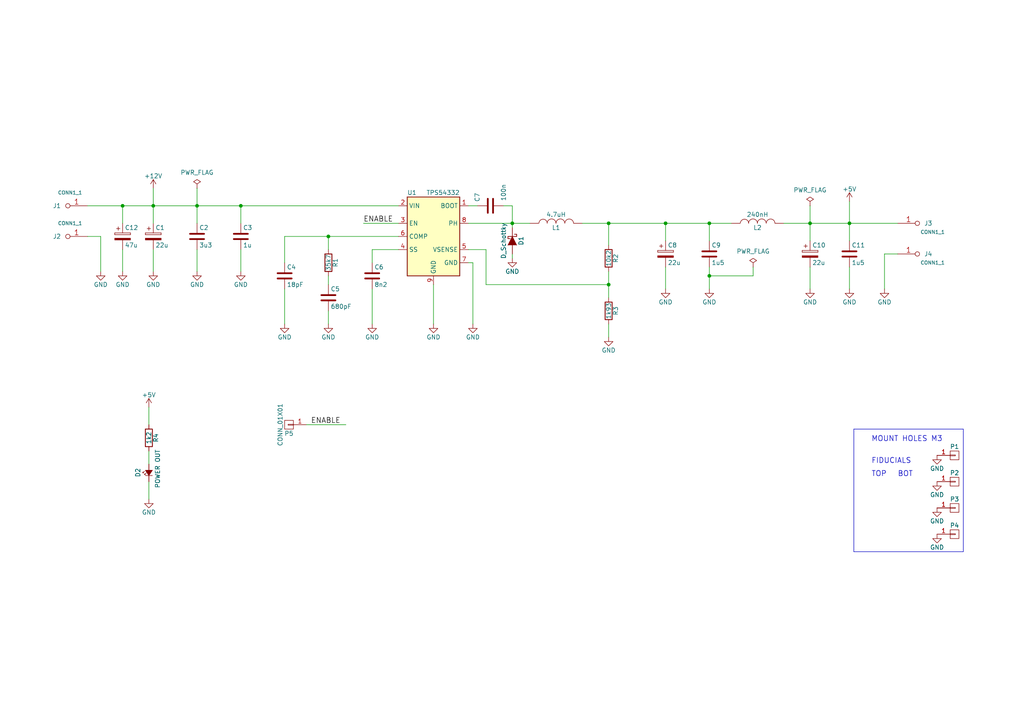
<source format=kicad_sch>
(kicad_sch (version 20230121) (generator eeschema)
  (paper "A4")
  (title_block (title "STEPDOWN02") (comment 1 "High-voltage input step-down converter"))
  (lib_symbols
    (symbol "STEPDOWN2A-rescue:C" (pin_numbers hide) (pin_names (offset 0.254))
      (property "Reference" "C" (at 0.635 2.54 0))
      (property "Value" "C" (at 0.635 -2.54 0))
      (symbol "C_0_1"
        (polyline (pts (xy -2.032 -0.762) (xy 2.032 -0.762)) (stroke (width 0.508)))
        (polyline (pts (xy -2.032 0.762) (xy 2.032 0.762)) (stroke (width 0.508)))
      )
      (symbol "C_1_1"
        (pin passive line (at 0 3.81 270) (length 2.794) (name "~") (number "1"))
        (pin passive line (at 0 -3.81 90) (length 2.794) (name "~") (number "2"))
      )
    )
    (symbol "STEPDOWN2A-rescue:CONN1_1" (pin_names hide)
      (property "Reference" "J" (at 1.27 1.27 0))
      (property "Value" "CONN1_1" (at 2.54 -1.27 0))
      (symbol "CONN1_1_1_1"
        (pin passive inverted (at -7.62 1.27 0) (length 6.35) (name "P1") (number "1"))
      )
    )
    (symbol "STEPDOWN2A-rescue:CONN_01X01" (pin_names hide)
      (property "Reference" "P" (at 0 2.54 0))
      (property "Value" "CONN_01X01" (at 2.54 0 90))
      (symbol "CONN_01X01_0_1"
        (rectangle (start -1.27 0.127) (end 0.254 -0.127))
        (rectangle (start -1.27 1.27) (end 1.27 -1.27))
      )
      (symbol "CONN_01X01_1_1"
        (pin passive line (at -5.08 0 0) (length 3.81) (name "P1") (number "1"))
      )
    )
    (symbol "STEPDOWN2A-rescue:CP" (pin_numbers hide) (pin_names (offset 0.254))
      (property "Reference" "C" (at 0.635 2.54 0))
      (property "Value" "CP" (at 0.635 -2.54 0))
      (symbol "CP_0_1"
        (rectangle (start -2.286 0.508) (end -2.286 1.016))
        (rectangle (start -2.286 0.508) (end 2.286 0.508))
        (polyline (pts (xy -1.778 2.286) (xy -0.762 2.286)))
        (polyline (pts (xy -1.27 2.794) (xy -1.27 1.778)))
        (rectangle (start 2.286 -0.508) (end -2.286 -1.016) (fill (type outline)))
        (rectangle (start 2.286 1.016) (end -2.286 1.016))
        (rectangle (start 2.286 1.016) (end 2.286 0.508))
      )
      (symbol "CP_1_1"
        (pin passive line (at 0 3.81 270) (length 2.794) (name "~") (number "1"))
        (pin passive line (at 0 -3.81 90) (length 2.794) (name "~") (number "2"))
      )
    )
    (symbol "STEPDOWN2A-rescue:D_Schottky" (pin_numbers hide) (pin_names hide)
      (property "Reference" "D" (at 0 2.54 0))
      (property "Value" "D_Schottky" (at 0 -2.54 0))
      (symbol "D_Schottky_0_1"
        (polyline (pts (xy 1.27 1.27) (xy -1.27 0) (xy 1.27 -1.27)) (fill (type outline)))
        (polyline (pts (xy -1.905 0.635) (xy -1.905 1.27) (xy -1.27 1.27) (xy -1.27 -1.27) (xy -0.635 -1.27) (xy -0.635 -0.635)) (stroke (width 0.2032)))
      )
      (symbol "D_Schottky_1_1"
        (pin passive line (at -3.81 0 0) (length 2.54) (name "K") (number "1"))
        (pin passive line (at 3.81 0 180) (length 2.54) (name "A") (number "2"))
      )
    )
    (symbol "STEPDOWN2A-rescue:INDUCTOR" (pin_numbers hide) (pin_names hide)
      (property "Reference" "L" (at -1.27 0 90))
      (property "Value" "INDUCTOR" (at 2.54 0 90))
      (symbol "INDUCTOR_0_1"
        (arc (start 0.0254 -5.0546) (mid 1.2449 -3.8097) (end 0.0254 -2.54))
        (arc (start 0.0254 -2.5146) (mid 1.2703 -1.2444) (end 0.0254 0.0508))
        (arc (start 0.0254 0.0254) (mid 1.2703 1.2956) (end 0.0254 2.5908))
        (arc (start 0.0254 2.5654) (mid 1.1941 3.7595) (end 0.0254 4.9784))
      )
      (symbol "INDUCTOR_1_1"
        (pin passive line (at 0 7.62 270) (length 2.54) (name "1") (number "1"))
        (pin passive line (at 0 -7.62 90) (length 2.54) (name "2") (number "2"))
      )
    )
    (symbol "STEPDOWN2A-rescue:Led_Small" (pin_numbers hide) (pin_names (offset 0.254) hide)
      (property "Reference" "D" (at -1.27 3.175 0))
      (property "Value" "Led_Small" (at -4.445 -2.54 0))
      (symbol "Led_Small_0_1"
        (polyline (pts (xy -0.762 -1.016) (xy -0.762 1.016)))
        (polyline (pts (xy 0.762 -1.016) (xy -0.762 0) (xy 0.762 1.016) (xy 0.762 -1.016)) (fill (type outline)))
        (polyline (pts (xy 0 0.762) (xy -0.508 1.27) (xy -0.254 1.27) (xy -0.508 1.27) (xy -0.508 1.016)))
        (polyline (pts (xy 0.508 1.27) (xy 0 1.778) (xy 0.254 1.778) (xy 0 1.778) (xy 0 1.524)))
      )
      (symbol "Led_Small_1_1"
        (pin passive line (at -2.54 0 0) (length 1.778) (name "K") (number "1"))
        (pin passive line (at 2.54 0 180) (length 1.778) (name "A") (number "2"))
      )
    )
    (symbol "STEPDOWN2A-rescue:R" (pin_numbers hide) (pin_names (offset 0))
      (property "Reference" "R" (at 2.032 0 90))
      (property "Value" "R" (at 0 0 90))
      (symbol "R_0_1"
        (rectangle (start -1.016 -2.54) (end 1.016 2.54) (stroke (width 0.254)))
      )
      (symbol "R_1_1"
        (pin passive line (at 0 3.81 270) (length 1.27) (name "~") (number "1"))
        (pin passive line (at 0 -3.81 90) (length 1.27) (name "~") (number "2"))
      )
    )
    (symbol "STEPDOWN2A-rescue:TPS54332"
      (property "Reference" "U" (at -7.62 11.43 0))
      (property "Value" "TPS54332" (at 7.62 11.43 0))
      (symbol "TPS54332_0_1"
        (rectangle (start -7.62 10.16) (end 7.62 -12.7) (stroke (width 0.254)) (fill (type background)))
      )
      (symbol "TPS54332_1_1"
        (pin power_out line (at 10.16 7.62 180) (length 2.54) (name "BOOT") (number "1"))
        (pin power_in line (at -10.16 7.62 0) (length 2.54) (name "VIN") (number "2"))
        (pin input line (at -10.16 2.54 0) (length 2.54) (name "EN") (number "3"))
        (pin input line (at -10.16 -5.08 0) (length 2.54) (name "SS") (number "4"))
        (pin input line (at 10.16 -5.08 180) (length 2.54) (name "VSENSE") (number "5"))
        (pin input line (at -10.16 -1.27 0) (length 2.54) (name "COMP") (number "6"))
        (pin power_in line (at 10.16 -8.89 180) (length 2.54) (name "GND") (number "7"))
        (pin input line (at 10.16 2.54 180) (length 2.54) (name "PH") (number "8"))
        (pin power_in line (at 0 -15.24 90) (length 2.54) (name "GND") (number "9"))
      )
    )
    (symbol "power:+12V" (power) (pin_names (offset 0))
      (property "Value" "+12V" (at 0 3.556 0))
      (symbol "+12V_0_1"
        (polyline (pts (xy -0.762 1.27) (xy 0 2.54)))
        (polyline (pts (xy 0 0) (xy 0 2.54)))
        (polyline (pts (xy 0 2.54) (xy 0.762 1.27)))
      )
      (symbol "+12V_1_1"
        (pin power_in line (at 0 0 90) (length 0) hide (name "+12V") (number "1"))
      )
    )
    (symbol "power:+5V" (power) (pin_names (offset 0))
      (property "Value" "+5V" (at 0 3.556 0))
      (symbol "+5V_0_1"
        (polyline (pts (xy -0.762 1.27) (xy 0 2.54)))
        (polyline (pts (xy 0 0) (xy 0 2.54)))
        (polyline (pts (xy 0 2.54) (xy 0.762 1.27)))
      )
      (symbol "+5V_1_1"
        (pin power_in line (at 0 0 90) (length 0) hide (name "+5V") (number "1"))
      )
    )
    (symbol "power:GND" (power) (pin_names (offset 0))
      (property "Value" "GND" (at 0 -3.81 0))
      (symbol "GND_0_1"
        (polyline (pts (xy 0 0) (xy 0 -1.27) (xy 1.27 -1.27) (xy 0 -2.54) (xy -1.27 -1.27) (xy 0 -1.27)))
      )
      (symbol "GND_1_1"
        (pin power_in line (at 0 0 270) (length 0) hide (name "GND") (number "1"))
      )
    )
    (symbol "power:PWR_FLAG" (power) (pin_numbers hide) (pin_names (offset 0) hide)
      (property "Value" "PWR_FLAG" (at 0 3.81 0))
      (symbol "PWR_FLAG_0_0"
        (pin power_out line (at 0 0 90) (length 0) (name "pwr") (number "1"))
      )
      (symbol "PWR_FLAG_0_1"
        (polyline (pts (xy 0 0) (xy 0 1.27) (xy -1.016 1.905) (xy 0 2.54) (xy 1.016 1.905) (xy 0 1.27)))
      )
    )
  )
  (junction (at 44.45 59.69))
  (junction (at 148.59 64.77))
  (junction (at 69.85 59.69))
  (junction (at 57.15 59.69))
  (junction (at 35.56 59.69))
  (junction (at 176.53 64.77))
  (junction (at 193.04 64.77))
  (junction (at 205.74 80.01))
  (junction (at 205.74 64.77))
  (junction (at 176.53 82.55))
  (junction (at 234.95 64.77))
  (junction (at 95.25 68.58))
  (junction (at 246.38 64.77))
  (wire (pts (xy 176.53 64.77) (xy 193.04 64.77)))
  (wire (pts (xy 88.9 123.19) (xy 100.33 123.19)))
  (wire (pts (xy 176.53 82.55) (xy 176.53 86.36)))
  (wire (pts (xy 205.74 80.01) (xy 205.74 77.47)))
  (wire (pts (xy 43.18 134.62) (xy 43.18 130.81)))
  (polyline (pts (xy 279.4 124.46) (xy 279.4 160.02)) (stroke (width 0) (type solid)))
  (wire (pts (xy 260.35 73.66) (xy 256.54 73.66)))
  (wire (pts (xy 146.05 59.69) (xy 148.59 59.69)))
  (wire (pts (xy 107.95 72.39) (xy 115.57 72.39)))
  (wire (pts (xy 95.25 90.17) (xy 95.25 93.98)))
  (wire (pts (xy 35.56 72.39) (xy 35.56 78.74)))
  (wire (pts (xy 218.44 80.01) (xy 205.74 80.01)))
  (wire (pts (xy 148.59 64.77) (xy 148.59 66.04)))
  (wire (pts (xy 135.89 76.2) (xy 137.16 76.2)))
  (wire (pts (xy 69.85 78.74) (xy 69.85 72.39)))
  (wire (pts (xy 25.4 68.58) (xy 29.21 68.58)))
  (wire (pts (xy 176.53 78.74) (xy 176.53 82.55)))
  (wire (pts (xy 107.95 76.2) (xy 107.95 72.39)))
  (wire (pts (xy 234.95 64.77) (xy 246.38 64.77)))
  (wire (pts (xy 246.38 83.82) (xy 246.38 77.47)))
  (wire (pts (xy 44.45 54.61) (xy 44.45 59.69)))
  (wire (pts (xy 69.85 59.69) (xy 115.57 59.69)))
  (wire (pts (xy 57.15 59.69) (xy 69.85 59.69)))
  (polyline (pts (xy 247.65 160.02) (xy 247.65 124.46)) (stroke (width 0) (type solid)))
  (wire (pts (xy 95.25 68.58) (xy 95.25 72.39)))
  (wire (pts (xy 193.04 64.77) (xy 205.74 64.77)))
  (wire (pts (xy 82.55 76.2) (xy 82.55 68.58)))
  (wire (pts (xy 57.15 59.69) (xy 57.15 64.77)))
  (wire (pts (xy 193.04 64.77) (xy 193.04 69.85)))
  (wire (pts (xy 148.59 59.69) (xy 148.59 64.77)))
  (wire (pts (xy 107.95 83.82) (xy 107.95 93.98)))
  (wire (pts (xy 135.89 72.39) (xy 140.97 72.39)))
  (wire (pts (xy 115.57 64.77) (xy 105.41 64.77)))
  (wire (pts (xy 227.33 64.77) (xy 234.95 64.77)))
  (wire (pts (xy 148.59 64.77) (xy 153.67 64.77)))
  (wire (pts (xy 95.25 68.58) (xy 115.57 68.58)))
  (wire (pts (xy 29.21 68.58) (xy 29.21 78.74)))
  (wire (pts (xy 176.53 64.77) (xy 176.53 71.12)))
  (wire (pts (xy 82.55 68.58) (xy 95.25 68.58)))
  (wire (pts (xy 176.53 93.98) (xy 176.53 97.79)))
  (wire (pts (xy 44.45 78.74) (xy 44.45 72.39)))
  (wire (pts (xy 205.74 83.82) (xy 205.74 80.01)))
  (wire (pts (xy 82.55 93.98) (xy 82.55 83.82)))
  (wire (pts (xy 140.97 82.55) (xy 176.53 82.55)))
  (wire (pts (xy 218.44 77.47) (xy 218.44 80.01)))
  (wire (pts (xy 43.18 144.78) (xy 43.18 139.7)))
  (wire (pts (xy 35.56 64.77) (xy 35.56 59.69)))
  (polyline (pts (xy 279.4 160.02) (xy 247.65 160.02)) (stroke (width 0) (type solid)))
  (wire (pts (xy 43.18 123.19) (xy 43.18 118.11)))
  (wire (pts (xy 57.15 54.61) (xy 57.15 59.69)))
  (wire (pts (xy 246.38 64.77) (xy 260.35 64.77)))
  (wire (pts (xy 256.54 73.66) (xy 256.54 83.82)))
  (wire (pts (xy 57.15 78.74) (xy 57.15 72.39)))
  (wire (pts (xy 168.91 64.77) (xy 176.53 64.77)))
  (wire (pts (xy 193.04 77.47) (xy 193.04 83.82)))
  (wire (pts (xy 44.45 59.69) (xy 44.45 64.77)))
  (wire (pts (xy 137.16 76.2) (xy 137.16 93.98)))
  (wire (pts (xy 205.74 64.77) (xy 205.74 69.85)))
  (wire (pts (xy 25.4 59.69) (xy 35.56 59.69)))
  (wire (pts (xy 35.56 59.69) (xy 44.45 59.69)))
  (wire (pts (xy 234.95 64.77) (xy 234.95 69.85)))
  (wire (pts (xy 125.73 82.55) (xy 125.73 93.98)))
  (wire (pts (xy 135.89 64.77) (xy 148.59 64.77)))
  (polyline (pts (xy 247.65 124.46) (xy 279.4 124.46)) (stroke (width 0) (type solid)))
  (wire (pts (xy 135.89 59.69) (xy 138.43 59.69)))
  (wire (pts (xy 44.45 59.69) (xy 57.15 59.69)))
  (wire (pts (xy 246.38 58.42) (xy 246.38 64.77)))
  (wire (pts (xy 234.95 83.82) (xy 234.95 77.47)))
  (wire (pts (xy 95.25 80.01) (xy 95.25 82.55)))
  (wire (pts (xy 246.38 64.77) (xy 246.38 69.85)))
  (wire (pts (xy 148.59 73.66) (xy 148.59 74.93)))
  (wire (pts (xy 140.97 72.39) (xy 140.97 82.55)))
  (wire (pts (xy 205.74 64.77) (xy 212.09 64.77)))
  (wire (pts (xy 234.95 59.69) (xy 234.95 64.77)))
  (wire (pts (xy 69.85 64.77) (xy 69.85 59.69)))
  (text "BOT\n" (at 260.35 138.43 0) (effects (font (size 1.524 1.524)) (justify left bottom)))
  (text "FIDUCIALS\n" (at 252.73 134.62 0) (effects (font (size 1.524 1.524)) (justify left bottom)))
  (text "TOP" (at 252.73 138.43 0) (effects (font (size 1.524 1.524)) (justify left bottom)))
  (text "MOUNT HOLES M3\n" (at 252.73 128.27 0) (effects (font (size 1.524 1.524)) (justify left bottom)))
  (label "ENABLE" (at 90.17 123.19 0) (effects (font (size 1.524 1.524))))
  (label "ENABLE" (at 105.41 64.77 0) (effects (font (size 1.524 1.524))))
  (symbol (lib_id "power:GND") (at 271.78 132.08 0) (unit 1)
    (property "Reference" "#PWR01" (effects hide))
    (property "Value" "GND" (at 271.78 135.89 0))
  )
  (symbol (lib_id "STEPDOWN2A-rescue:CONN_01X01") (at 276.86 132.08 0) (unit 1)
    (property "Reference" "P1" (at 276.86 129.54 0))
    (property "Value" "_NC" (effects hide))
    (property "Footprint" "Mounting_Holes:MountingHole_3.2mm_M3_DIN965_Pad" (effects hide))
  )
  (symbol (lib_id "power:GND") (at 271.78 139.7 0) (unit 1)
    (property "Reference" "#PWR02" (effects hide))
    (property "Value" "GND" (at 271.78 143.51 0))
  )
  (symbol (lib_id "STEPDOWN2A-rescue:CONN_01X01") (at 276.86 139.7 0) (unit 1)
    (property "Reference" "P2" (at 276.86 137.16 0))
    (property "Value" "_NC" (effects hide))
    (property "Footprint" "Mounting_Holes:MountingHole_3.2mm_M3_DIN965_Pad" (effects hide))
  )
  (symbol (lib_id "power:GND") (at 271.78 147.32 0) (unit 1)
    (property "Reference" "#PWR03" (effects hide))
    (property "Value" "GND" (at 271.78 151.13 0))
  )
  (symbol (lib_id "STEPDOWN2A-rescue:CONN_01X01") (at 276.86 147.32 0) (unit 1)
    (property "Reference" "P3" (at 276.86 144.78 0))
    (property "Value" "_NC" (effects hide))
    (property "Footprint" "Mounting_Holes:MountingHole_3.2mm_M3_DIN965_Pad" (effects hide))
  )
  (symbol (lib_id "power:GND") (at 271.78 154.94 0) (unit 1)
    (property "Reference" "#PWR04" (effects hide))
    (property "Value" "GND" (at 271.78 158.75 0))
  )
  (symbol (lib_id "STEPDOWN2A-rescue:CONN_01X01") (at 276.86 154.94 0) (unit 1)
    (property "Reference" "P4" (at 276.86 152.4 0))
    (property "Value" "_NC" (effects hide))
    (property "Footprint" "Mounting_Holes:MountingHole_3.2mm_M3_DIN965_Pad" (effects hide))
  )
  (symbol (lib_id "STEPDOWN2A-rescue:C") (at 57.15 68.58 0) (unit 1)
    (property "Reference" "C2" (at 57.785 66.04 0) (effects (justify left)))
    (property "Value" "3u3" (at 57.785 71.12 0) (effects (justify left)))
    (property "Footprint" "Capacitors_SMD:C_0805" (effects hide))
  )
  (symbol (lib_id "STEPDOWN2A-rescue:C") (at 82.55 80.01 0) (unit 1)
    (property "Reference" "C4" (at 83.185 77.47 0) (effects (justify left)))
    (property "Value" "18pF" (at 83.185 82.55 0) (effects (justify left)))
    (property "Footprint" "Capacitors_SMD:C_0805" (effects hide))
  )
  (symbol (lib_id "STEPDOWN2A-rescue:C") (at 95.25 86.36 0) (unit 1)
    (property "Reference" "C5" (at 95.885 83.82 0) (effects (justify left)))
    (property "Value" "680pF" (at 95.885 88.9 0) (effects (justify left)))
    (property "Footprint" "Capacitors_SMD:C_0805" (effects hide))
  )
  (symbol (lib_id "STEPDOWN2A-rescue:C") (at 107.95 80.01 0) (unit 1)
    (property "Reference" "C6" (at 108.585 77.47 0) (effects (justify left)))
    (property "Value" "8n2" (at 108.585 82.55 0) (effects (justify left)))
    (property "Footprint" "Capacitors_SMD:C_0805" (effects hide))
  )
  (symbol (lib_id "STEPDOWN2A-rescue:C") (at 142.24 59.69 270) (unit 1)
    (property "Reference" "C7" (at 138.43 55.88 0) (effects (justify left)))
    (property "Value" "100n" (at 146.05 53.34 0) (effects (justify left)))
    (property "Footprint" "Capacitors_SMD:C_0805" (effects hide))
  )
  (symbol (lib_id "STEPDOWN2A-rescue:C") (at 246.38 73.66 0) (unit 1)
    (property "Reference" "C11" (at 247.015 71.12 0) (effects (justify left)))
    (property "Value" "1u5" (at 247.015 76.2 0) (effects (justify left)))
    (property "Footprint" "Capacitors_SMD:C_1206" (effects hide))
  )
  (symbol (lib_id "STEPDOWN2A-rescue:CP") (at 44.45 68.58 0) (unit 1)
    (property "Reference" "C1" (at 45.085 66.04 0) (effects (justify left)))
    (property "Value" "22u" (at 45.085 71.12 0) (effects (justify left)))
    (property "Footprint" "Capacitors_Tantalum_SMD:TantalC_SizeD_EIA-7343_Reflow" (effects hide))
  )
  (symbol (lib_id "STEPDOWN2A-rescue:CP") (at 193.04 73.66 0) (unit 1)
    (property "Reference" "C8" (at 193.675 71.12 0) (effects (justify left)))
    (property "Value" "22u" (at 193.675 76.2 0) (effects (justify left)))
    (property "Footprint" "Capacitors_Tantalum_SMD:TantalC_SizeC_EIA-6032_Reflow" (effects hide))
  )
  (symbol (lib_id "STEPDOWN2A-rescue:R") (at 95.25 76.2 0) (unit 1)
    (property "Reference" "R1" (at 97.282 76.2 90))
    (property "Value" "35k7" (at 95.25 76.2 90))
    (property "Footprint" "Resistors_SMD:R_0805" (effects hide))
  )
  (symbol (lib_id "STEPDOWN2A-rescue:R") (at 176.53 74.93 0) (unit 1)
    (property "Reference" "R2" (at 178.562 74.93 90))
    (property "Value" "10k2" (at 176.53 74.93 90))
    (property "Footprint" "Resistors_SMD:R_0805" (effects hide))
  )
  (symbol (lib_id "STEPDOWN2A-rescue:R") (at 176.53 90.17 0) (unit 1)
    (property "Reference" "R3" (at 178.562 90.17 90))
    (property "Value" "1k93" (at 176.53 90.17 90))
    (property "Footprint" "Resistors_SMD:R_0805" (effects hide))
  )
  (symbol (lib_id "STEPDOWN2A-rescue:TPS54332") (at 125.73 67.31 0) (unit 1)
    (property "Reference" "U1" (at 118.11 55.88 0) (effects (justify left)))
    (property "Value" "TPS54332" (at 133.35 55.88 0) (effects (justify right)))
    (property "Footprint" "Housings_SOIC:8-PowerSOIC_Pitch1.27mm" (effects hide))
  )
  (symbol (lib_id "STEPDOWN2A-rescue:INDUCTOR") (at 161.29 64.77 90) (unit 1)
    (property "Reference" "L1" (at 161.29 66.04 90))
    (property "Value" "4.7uH" (at 161.29 62.23 90))
    (property "Footprint" "Inductors_NEOSID:Inductor_XAL4030-472MEB" (effects hide))
  )
  (symbol (lib_id "power:GND") (at 148.59 74.93 0) (unit 1)
    (property "Reference" "#PWR05" (effects hide))
    (property "Value" "GND" (at 148.59 78.74 0))
  )
  (symbol (lib_id "power:GND") (at 176.53 97.79 0) (unit 1)
    (property "Reference" "#PWR06" (effects hide))
    (property "Value" "GND" (at 176.53 101.6 0))
  )
  (symbol (lib_id "power:GND") (at 137.16 93.98 0) (unit 1)
    (property "Reference" "#PWR07" (effects hide))
    (property "Value" "GND" (at 137.16 97.79 0))
  )
  (symbol (lib_id "power:GND") (at 107.95 93.98 0) (unit 1)
    (property "Reference" "#PWR08" (effects hide))
    (property "Value" "GND" (at 107.95 97.79 0))
  )
  (symbol (lib_id "power:GND") (at 125.73 93.98 0) (unit 1)
    (property "Reference" "#PWR09" (effects hide))
    (property "Value" "GND" (at 125.73 97.79 0))
  )
  (symbol (lib_id "power:GND") (at 95.25 93.98 0) (unit 1)
    (property "Reference" "#PWR010" (effects hide))
    (property "Value" "GND" (at 95.25 97.79 0))
  )
  (symbol (lib_id "power:GND") (at 82.55 93.98 0) (unit 1)
    (property "Reference" "#PWR011" (effects hide))
    (property "Value" "GND" (at 82.55 97.79 0))
  )
  (symbol (lib_id "power:GND") (at 57.15 78.74 0) (unit 1)
    (property "Reference" "#PWR012" (effects hide))
    (property "Value" "GND" (at 57.15 82.55 0))
  )
  (symbol (lib_id "power:GND") (at 44.45 78.74 0) (unit 1)
    (property "Reference" "#PWR013" (effects hide))
    (property "Value" "GND" (at 44.45 82.55 0))
  )
  (symbol (lib_id "STEPDOWN2A-rescue:C") (at 205.74 73.66 0) (unit 1)
    (property "Reference" "C9" (at 206.375 71.12 0) (effects (justify left)))
    (property "Value" "1u5" (at 206.375 76.2 0) (effects (justify left)))
    (property "Footprint" "Capacitors_SMD:C_1206" (effects hide))
  )
  (symbol (lib_id "STEPDOWN2A-rescue:INDUCTOR") (at 219.71 64.77 90) (unit 1)
    (property "Reference" "L2" (at 219.71 66.04 90))
    (property "Value" "240nH" (at 219.71 62.23 90))
    (property "Footprint" "Resistors_SMD:R_0805" (effects hide))
  )
  (symbol (lib_id "STEPDOWN2A-rescue:CP") (at 234.95 73.66 0) (unit 1)
    (property "Reference" "C10" (at 235.585 71.12 0) (effects (justify left)))
    (property "Value" "22u" (at 235.585 76.2 0) (effects (justify left)))
    (property "Footprint" "Capacitors_Tantalum_SMD:TantalC_SizeB_EIA-3528_Reflow" (effects hide))
  )
  (symbol (lib_id "power:GND") (at 193.04 83.82 0) (unit 1)
    (property "Reference" "#PWR014" (effects hide))
    (property "Value" "GND" (at 193.04 87.63 0))
  )
  (symbol (lib_id "power:GND") (at 205.74 83.82 0) (unit 1)
    (property "Reference" "#PWR015" (effects hide))
    (property "Value" "GND" (at 205.74 87.63 0))
  )
  (symbol (lib_id "power:GND") (at 234.95 83.82 0) (unit 1)
    (property "Reference" "#PWR016" (effects hide))
    (property "Value" "GND" (at 234.95 87.63 0))
  )
  (symbol (lib_id "power:GND") (at 246.38 83.82 0) (unit 1)
    (property "Reference" "#PWR017" (effects hide))
    (property "Value" "GND" (at 246.38 87.63 0))
  )
  (symbol (lib_id "STEPDOWN2A-rescue:C") (at 69.85 68.58 0) (unit 1)
    (property "Reference" "C3" (at 70.485 66.04 0) (effects (justify left)))
    (property "Value" "1u" (at 70.485 71.12 0) (effects (justify left)))
    (property "Footprint" "Capacitors_SMD:C_0805" (effects hide))
  )
  (symbol (lib_id "power:GND") (at 69.85 78.74 0) (unit 1)
    (property "Reference" "#PWR018" (effects hide))
    (property "Value" "GND" (at 69.85 82.55 0))
  )
  (symbol (lib_id "STEPDOWN2A-rescue:CONN1_1") (at 267.97 66.04 0) (unit 1)
    (property "Reference" "J3" (at 269.24 64.77 0))
    (property "Value" "CONN1_1" (at 270.51 67.31 0) (effects (font (size 1.016 1.016))))
    (property "Footprint" "Connect:WAGO256" (effects hide))
  )
  (symbol (lib_id "STEPDOWN2A-rescue:CONN1_1") (at 267.97 74.93 0) (unit 1)
    (property "Reference" "J4" (at 269.24 73.66 0))
    (property "Value" "CONN1_1" (at 270.51 76.2 0) (effects (font (size 1.016 1.016))))
    (property "Footprint" "Connect:WAGO256" (effects hide))
  )
  (symbol (lib_id "STEPDOWN2A-rescue:CONN1_1") (at 17.78 58.42 180) (unit 1)
    (property "Reference" "J1" (at 16.51 59.69 0))
    (property "Value" "CONN1_1" (at 20.32 55.88 0) (effects (font (size 1.016 1.016))))
    (property "Footprint" "Connect:WAGO256" (effects hide))
  )
  (symbol (lib_id "STEPDOWN2A-rescue:CONN1_1") (at 17.78 67.31 180) (unit 1)
    (property "Reference" "J2" (at 16.51 68.58 0))
    (property "Value" "CONN1_1" (at 20.32 64.77 0) (effects (font (size 1.016 1.016))))
    (property "Footprint" "Connect:WAGO256" (effects hide))
  )
  (symbol (lib_id "power:GND") (at 256.54 83.82 0) (unit 1)
    (property "Reference" "#PWR019" (effects hide))
    (property "Value" "GND" (at 256.54 87.63 0))
  )
  (symbol (lib_id "power:GND") (at 29.21 78.74 0) (unit 1)
    (property "Reference" "#PWR020" (effects hide))
    (property "Value" "GND" (at 29.21 82.55 0))
  )
  (symbol (lib_id "power:+12V") (at 44.45 54.61 0) (unit 1)
    (property "Reference" "#PWR021" (effects hide))
    (property "Value" "+12V" (at 44.45 51.054 0))
  )
  (symbol (lib_id "power:+5V") (at 246.38 58.42 0) (unit 1)
    (property "Reference" "#PWR022" (effects hide))
    (property "Value" "+5V" (at 246.38 54.864 0))
  )
  (symbol (lib_id "power:PWR_FLAG") (at 234.95 59.69 0) (unit 1)
    (property "Reference" "#FLG023" (effects hide))
    (property "Value" "PWR_FLAG" (at 234.95 55.118 0))
  )
  (symbol (lib_id "power:PWR_FLAG") (at 57.15 54.61 0) (unit 1)
    (property "Reference" "#FLG024" (effects hide))
    (property "Value" "PWR_FLAG" (at 57.15 50.038 0))
  )
  (symbol (lib_id "power:+5V") (at 43.18 118.11 0) (unit 1)
    (property "Reference" "#PWR025" (effects hide))
    (property "Value" "+5V" (at 43.18 114.554 0))
  )
  (symbol (lib_id "STEPDOWN2A-rescue:R") (at 43.18 127 0) (unit 1)
    (property "Reference" "R4" (at 45.212 127 90))
    (property "Value" "1k2" (at 43.18 127 90))
    (property "Footprint" "Resistors_SMD:R_0805" (effects hide))
  )
  (symbol (lib_id "STEPDOWN2A-rescue:Led_Small") (at 43.18 137.16 90) (unit 1)
    (property "Reference" "D2" (at 40.005 138.43 0) (effects (justify left)))
    (property "Value" "POWER OUT" (at 45.72 141.605 0) (effects (justify left)))
    (property "Footprint" "LEDs:LED_0805" (effects hide))
  )
  (symbol (lib_id "power:GND") (at 43.18 144.78 0) (unit 1)
    (property "Reference" "#PWR026" (effects hide))
    (property "Value" "GND" (at 43.18 148.59 0))
  )
  (symbol (lib_id "power:PWR_FLAG") (at 218.44 77.47 0) (unit 1)
    (property "Reference" "#FLG027" (effects hide))
    (property "Value" "PWR_FLAG" (at 218.44 72.898 0))
  )
  (symbol (lib_id "STEPDOWN2A-rescue:D_Schottky") (at 148.59 69.85 270) (unit 1)
    (property "Reference" "D1" (at 151.13 69.85 0))
    (property "Value" "D_Schottky" (at 146.05 69.85 0))
    (property "Footprint" "Diodes_SMD:DO-214AB" (effects hide))
  )
  (symbol (lib_id "STEPDOWN2A-rescue:CONN_01X01") (at 83.82 123.19 180) (unit 1)
    (property "Reference" "P5" (at 83.82 125.73 0))
    (property "Value" "CONN_01X01" (at 81.28 123.19 90))
    (property "Footprint" "Pin_Headers:Pin_Header_Straight_1x01" (effects hide))
  )
  (symbol (lib_id "STEPDOWN2A-rescue:CP") (at 35.56 68.58 0) (unit 1)
    (property "Reference" "C12" (at 36.195 66.04 0) (effects (justify left)))
    (property "Value" "47u" (at 36.195 71.12 0) (effects (justify left)))
    (property "Footprint" "Capacitors_ThroughHole:C_Radial_D6.3_L11.2_P2.5" (effects hide))
  )
  (symbol (lib_id "power:GND") (at 35.56 78.74 0) (unit 1)
    (property "Reference" "#PWR028" (effects hide))
    (property "Value" "GND" (at 35.56 82.55 0))
  )
)
</source>
